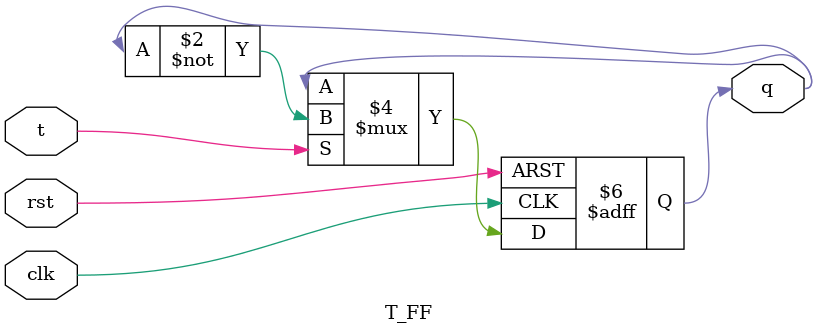
<source format=v>
`timescale 1ns / 1ps


module T_FF(output q, input clk,rst,t);
reg q;

always@(posedge clk or posedge rst)
begin
if(rst)
    q<=0;
else

    if(t)
        q<=~q;
    else
        q<=q;
        
end
endmodule

</source>
